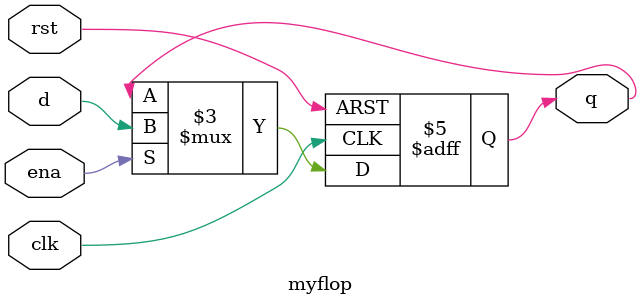
<source format=v>
module myflop (clk, rst, d, q, ena);
	input clk, rst, ena;
	output q;
	reg q;
	input d;
	always @(posedge clk or posedge rst) begin
		if (rst == 1) begin
			q <= 0;
		end else if (ena) begin
			q <= d;
		end
	end
endmodule
</source>
